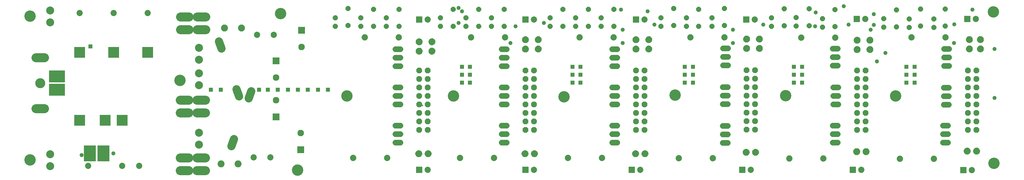
<source format=gbs>
G75*
%MOIN*%
%OFA0B0*%
%FSLAX25Y25*%
%IPPOS*%
%LPD*%
%AMOC8*
5,1,8,0,0,1.08239X$1,22.5*
%
%ADD10C,0.13398*%
%ADD11C,0.00100*%
%ADD12OC8,0.06800*%
%ADD13C,0.00500*%
%ADD14C,0.06800*%
%ADD15R,0.07300X0.07300*%
%ADD16C,0.07300*%
%ADD17C,0.07400*%
%ADD18C,0.08200*%
%ADD19C,0.09650*%
%ADD20OC8,0.06000*%
%ADD21C,0.09400*%
%ADD22C,0.10800*%
%ADD23R,0.07874X0.07874*%
%ADD24C,0.07700*%
%ADD25C,0.07296*%
%ADD26R,0.12611X0.12611*%
%ADD27R,0.14186X0.18910*%
%ADD28C,0.11800*%
%ADD29R,0.18910X0.14186*%
%ADD30C,0.04762*%
%ADD31R,0.04762X0.04762*%
D10*
X0025122Y0043122D03*
X0339846Y0031311D03*
X0652957Y0117610D03*
X0783862Y0119579D03*
X0913694Y0118879D03*
X1042957Y0118594D03*
X1158783Y0039343D03*
X0522957Y0118594D03*
X0397909Y0118594D03*
X0201539Y0136980D03*
X0025122Y0212413D03*
X0319650Y0215720D03*
X1157996Y0217689D03*
D11*
X0486970Y0107674D02*
X0486961Y0106783D01*
X0483568Y0106837D01*
X0483550Y0110176D01*
X0484414Y0110176D01*
X0486970Y0107674D01*
X0486970Y0107664D02*
X0483564Y0107664D01*
X0483565Y0107566D02*
X0486969Y0107566D01*
X0486968Y0107467D02*
X0483565Y0107467D01*
X0483566Y0107369D02*
X0486967Y0107369D01*
X0486966Y0107270D02*
X0483566Y0107270D01*
X0483567Y0107172D02*
X0486965Y0107172D01*
X0486964Y0107073D02*
X0483567Y0107073D01*
X0483568Y0106975D02*
X0486963Y0106975D01*
X0486962Y0106876D02*
X0483568Y0106876D01*
X0483563Y0107763D02*
X0486880Y0107763D01*
X0486779Y0107861D02*
X0483563Y0107861D01*
X0483562Y0107960D02*
X0486679Y0107960D01*
X0486578Y0108058D02*
X0483562Y0108058D01*
X0483561Y0108157D02*
X0486477Y0108157D01*
X0486377Y0108255D02*
X0483561Y0108255D01*
X0483560Y0108354D02*
X0486276Y0108354D01*
X0486175Y0108452D02*
X0483560Y0108452D01*
X0483559Y0108551D02*
X0486075Y0108551D01*
X0485974Y0108649D02*
X0483559Y0108649D01*
X0483558Y0108748D02*
X0485873Y0108748D01*
X0485773Y0108846D02*
X0483558Y0108846D01*
X0483557Y0108945D02*
X0485672Y0108945D01*
X0485572Y0109043D02*
X0483557Y0109043D01*
X0483556Y0109142D02*
X0485471Y0109142D01*
X0485370Y0109240D02*
X0483556Y0109240D01*
X0483555Y0109339D02*
X0485270Y0109339D01*
X0485169Y0109437D02*
X0483554Y0109437D01*
X0483554Y0109536D02*
X0485068Y0109536D01*
X0484968Y0109634D02*
X0483553Y0109634D01*
X0483553Y0109733D02*
X0484867Y0109733D01*
X0484766Y0109831D02*
X0483552Y0109831D01*
X0483552Y0109930D02*
X0484666Y0109930D01*
X0484565Y0110028D02*
X0483551Y0110028D01*
X0483551Y0110127D02*
X0484465Y0110127D01*
D12*
X0482720Y0108417D03*
X0492720Y0108417D03*
X0492720Y0098417D03*
X0482720Y0098417D03*
X0482720Y0088417D03*
X0492720Y0088417D03*
X0492720Y0078417D03*
X0482720Y0078417D03*
X0607720Y0078437D03*
X0617720Y0078437D03*
X0617720Y0088437D03*
X0607720Y0088437D03*
X0607720Y0098437D03*
X0617720Y0098437D03*
X0617720Y0108437D03*
X0607720Y0108437D03*
X0607720Y0118437D03*
X0617720Y0118437D03*
X0617720Y0128437D03*
X0607720Y0128437D03*
X0607720Y0138437D03*
X0617720Y0138437D03*
X0617720Y0148437D03*
X0607720Y0148437D03*
X0492720Y0148417D03*
X0482720Y0148417D03*
X0482720Y0138417D03*
X0492720Y0138417D03*
X0492720Y0128417D03*
X0482720Y0128417D03*
X0482720Y0118417D03*
X0492720Y0118417D03*
X0737720Y0118437D03*
X0747720Y0118437D03*
X0747720Y0108437D03*
X0737720Y0108437D03*
X0737720Y0098437D03*
X0747720Y0098437D03*
X0747720Y0088437D03*
X0737720Y0088437D03*
X0737720Y0078437D03*
X0747720Y0078437D03*
X0867798Y0078770D03*
X0877798Y0078770D03*
X0877798Y0088770D03*
X0867798Y0088770D03*
X0867798Y0098770D03*
X0877798Y0098770D03*
X0877798Y0108770D03*
X0867798Y0108770D03*
X0867798Y0118770D03*
X0877798Y0118770D03*
X0877798Y0128770D03*
X0867798Y0128770D03*
X0867798Y0138770D03*
X0877798Y0138770D03*
X0877798Y0148770D03*
X0867798Y0148770D03*
X0747720Y0148437D03*
X0737720Y0148437D03*
X0737720Y0138437D03*
X0747720Y0138437D03*
X0747720Y0128437D03*
X0737720Y0128437D03*
X0997798Y0128469D03*
X1007798Y0128469D03*
X1007798Y0118469D03*
X0997798Y0118469D03*
X0997798Y0108469D03*
X1007798Y0108469D03*
X1007798Y0098469D03*
X0997798Y0098469D03*
X0997798Y0088469D03*
X1007798Y0088469D03*
X1007798Y0078469D03*
X0997798Y0078469D03*
X1127956Y0078522D03*
X1137956Y0078522D03*
X1137956Y0088522D03*
X1127956Y0088522D03*
X1127956Y0098522D03*
X1137956Y0098522D03*
X1137956Y0108522D03*
X1127956Y0108522D03*
X1127956Y0118522D03*
X1137956Y0118522D03*
X1137956Y0128522D03*
X1127956Y0128522D03*
X1127956Y0138522D03*
X1137956Y0138522D03*
X1137956Y0148522D03*
X1127956Y0148522D03*
X1007798Y0148469D03*
X0997798Y0148469D03*
X0997798Y0138469D03*
X1007798Y0138469D03*
D13*
X1011999Y0169589D02*
X1012718Y0169510D01*
X1013378Y0169558D01*
X1014020Y0169720D01*
X1014623Y0169991D01*
X1015171Y0170363D01*
X1015645Y0170824D01*
X1016033Y0171360D01*
X1016321Y0171956D01*
X1016501Y0172592D01*
X1016569Y0173250D01*
X1016503Y0173909D01*
X1016324Y0174546D01*
X1016038Y0175142D01*
X1015652Y0175679D01*
X1015178Y0176141D01*
X1014632Y0176514D01*
X1014029Y0176787D01*
X1013388Y0176950D01*
X1012728Y0177000D01*
X1012006Y0176919D01*
X1011312Y0176699D01*
X1010676Y0176347D01*
X1010120Y0175878D01*
X1009666Y0175310D01*
X1009332Y0174664D01*
X1009130Y0173965D01*
X1009068Y0173241D01*
X1009131Y0172520D01*
X1009333Y0171825D01*
X1009668Y0171183D01*
X1010120Y0170619D01*
X1010675Y0170154D01*
X1011309Y0169806D01*
X1011999Y0169589D01*
X1010957Y0169999D02*
X1014635Y0169999D01*
X1015310Y0170498D02*
X1010265Y0170498D01*
X1009818Y0170996D02*
X1015770Y0170996D01*
X1016098Y0171495D02*
X1009505Y0171495D01*
X1009284Y0171993D02*
X1016332Y0171993D01*
X1016473Y0172492D02*
X1009139Y0172492D01*
X1009090Y0172990D02*
X1016542Y0172990D01*
X1016545Y0173489D02*
X1009089Y0173489D01*
X1009136Y0173987D02*
X1016481Y0173987D01*
X1016341Y0174486D02*
X1009280Y0174486D01*
X1009497Y0174984D02*
X1016113Y0174984D01*
X1015793Y0175483D02*
X1009804Y0175483D01*
X1010242Y0175981D02*
X1015342Y0175981D01*
X1014682Y0176480D02*
X1010916Y0176480D01*
X1012537Y0176978D02*
X1013013Y0176978D01*
X1012718Y0180530D02*
X1011999Y0180609D01*
X1011309Y0180826D01*
X1010675Y0181174D01*
X1010120Y0181639D01*
X1009668Y0182204D01*
X1009333Y0182845D01*
X1009131Y0183540D01*
X1009068Y0184261D01*
X1009130Y0184985D01*
X1009332Y0185684D01*
X1009666Y0186330D01*
X1010120Y0186898D01*
X1010676Y0187367D01*
X1011312Y0187719D01*
X1012006Y0187939D01*
X1012728Y0188020D01*
X1013388Y0187970D01*
X1014029Y0187807D01*
X1014632Y0187534D01*
X1015178Y0187161D01*
X1015652Y0186699D01*
X1016038Y0186162D01*
X1016324Y0185566D01*
X1016503Y0184929D01*
X1016569Y0184270D01*
X1016501Y0183612D01*
X1016321Y0182976D01*
X1016033Y0182380D01*
X1015645Y0181844D01*
X1015171Y0181383D01*
X1014623Y0181011D01*
X1014020Y0180740D01*
X1013378Y0180578D01*
X1012718Y0180530D01*
X1011053Y0180967D02*
X1014524Y0180967D01*
X1015255Y0181465D02*
X1010328Y0181465D01*
X1009860Y0181964D02*
X1015732Y0181964D01*
X1016072Y0182462D02*
X1009533Y0182462D01*
X1009300Y0182961D02*
X1016314Y0182961D01*
X1016458Y0183459D02*
X1009155Y0183459D01*
X1009095Y0183958D02*
X1016537Y0183958D01*
X1016550Y0184456D02*
X1009085Y0184456D01*
X1009127Y0184955D02*
X1016496Y0184955D01*
X1016356Y0185453D02*
X1009265Y0185453D01*
X1009470Y0185952D02*
X1016139Y0185952D01*
X1015831Y0186450D02*
X1009762Y0186450D01*
X1010179Y0186949D02*
X1015396Y0186949D01*
X1014760Y0187447D02*
X1010821Y0187447D01*
X1012065Y0187946D02*
X1013484Y0187946D01*
X1001466Y0184961D02*
X1001529Y0184241D01*
X1001467Y0183516D01*
X1001265Y0182817D01*
X1000931Y0182171D01*
X1000477Y0181603D01*
X0999921Y0181134D01*
X0999284Y0180782D01*
X0998591Y0180562D01*
X0997869Y0180481D01*
X0997209Y0180531D01*
X0996568Y0180694D01*
X0995965Y0180967D01*
X0995419Y0181340D01*
X0994945Y0181802D01*
X0994559Y0182339D01*
X0994273Y0182935D01*
X0994094Y0183572D01*
X0994028Y0184231D01*
X0994096Y0184889D01*
X0994276Y0185525D01*
X0994564Y0186121D01*
X0994952Y0186657D01*
X0995426Y0187118D01*
X0995974Y0187490D01*
X0996577Y0187761D01*
X0997219Y0187923D01*
X0997879Y0187971D01*
X0998598Y0187892D01*
X0999288Y0187675D01*
X0999922Y0187327D01*
X1000477Y0186862D01*
X1000929Y0186298D01*
X1001263Y0185656D01*
X1001466Y0184961D01*
X1001466Y0184955D02*
X0994114Y0184955D01*
X0994051Y0184456D02*
X1001510Y0184456D01*
X1001505Y0183958D02*
X0994056Y0183958D01*
X0994126Y0183459D02*
X1001451Y0183459D01*
X1001307Y0182961D02*
X0994266Y0182961D01*
X0994500Y0182462D02*
X1001082Y0182462D01*
X1000765Y0181964D02*
X0994829Y0181964D01*
X0995290Y0181465D02*
X1000314Y0181465D01*
X0999618Y0180967D02*
X0995965Y0180967D01*
X0997219Y0176903D02*
X0997879Y0176951D01*
X0998598Y0176872D01*
X0999288Y0176655D01*
X0999922Y0176307D01*
X1000477Y0175842D01*
X1000929Y0175278D01*
X1001263Y0174636D01*
X1001466Y0173941D01*
X1001529Y0173220D01*
X1001467Y0172496D01*
X1001265Y0171797D01*
X1000931Y0171151D01*
X1000477Y0170583D01*
X0999921Y0170114D01*
X0999284Y0169762D01*
X0998591Y0169542D01*
X0997869Y0169461D01*
X0997209Y0169511D01*
X0996568Y0169674D01*
X0995965Y0169947D01*
X0995419Y0170320D01*
X0994945Y0170782D01*
X0994559Y0171319D01*
X0994273Y0171915D01*
X0994094Y0172552D01*
X0994028Y0173211D01*
X0994096Y0173869D01*
X0994276Y0174505D01*
X0994564Y0175101D01*
X0994952Y0175637D01*
X0995426Y0176098D01*
X0995974Y0176470D01*
X0996577Y0176741D01*
X0997219Y0176903D01*
X0995996Y0176480D02*
X0999607Y0176480D01*
X1000310Y0175981D02*
X0995306Y0175981D01*
X0994840Y0175483D02*
X1000765Y0175483D01*
X1001082Y0174984D02*
X0994508Y0174984D01*
X0994271Y0174486D02*
X1001307Y0174486D01*
X1001452Y0173987D02*
X0994129Y0173987D01*
X0994057Y0173489D02*
X1001505Y0173489D01*
X1001509Y0172990D02*
X0994050Y0172990D01*
X0994111Y0172492D02*
X1001466Y0172492D01*
X1001322Y0171993D02*
X0994251Y0171993D01*
X0994475Y0171495D02*
X1001109Y0171495D01*
X1000808Y0170996D02*
X0994791Y0170996D01*
X0995236Y0170498D02*
X1000377Y0170498D01*
X0999714Y0169999D02*
X0995888Y0169999D01*
X0997340Y0169501D02*
X0998224Y0169501D01*
X1001323Y0185453D02*
X0994256Y0185453D01*
X0994482Y0185952D02*
X1001109Y0185952D01*
X1000807Y0186450D02*
X0994802Y0186450D01*
X0995252Y0186949D02*
X1000373Y0186949D01*
X0999703Y0187447D02*
X0995911Y0187447D01*
X0997535Y0187946D02*
X0998108Y0187946D01*
X0886569Y0185556D02*
X0886501Y0184897D01*
X0886321Y0184261D01*
X0886033Y0183665D01*
X0885645Y0183129D01*
X0885171Y0182668D01*
X0884623Y0182296D01*
X0884020Y0182026D01*
X0883378Y0181864D01*
X0882718Y0181816D01*
X0881999Y0181894D01*
X0881309Y0182112D01*
X0880675Y0182460D01*
X0880120Y0182925D01*
X0879668Y0183489D01*
X0879333Y0184131D01*
X0879131Y0184825D01*
X0879068Y0185546D01*
X0879130Y0186271D01*
X0879332Y0186969D01*
X0879666Y0187615D01*
X0880120Y0188184D01*
X0880676Y0188653D01*
X0881312Y0189004D01*
X0882006Y0189224D01*
X0882728Y0189305D01*
X0883388Y0189256D01*
X0884029Y0189092D01*
X0884632Y0188820D01*
X0885178Y0188447D01*
X0885652Y0187985D01*
X0886038Y0187447D01*
X0886324Y0186851D01*
X0886503Y0186214D01*
X0886569Y0185556D01*
X0886558Y0185453D02*
X0879076Y0185453D01*
X0879103Y0185952D02*
X0886529Y0185952D01*
X0886437Y0186450D02*
X0879182Y0186450D01*
X0879326Y0186949D02*
X0886277Y0186949D01*
X0886038Y0187447D02*
X0879579Y0187447D01*
X0879930Y0187946D02*
X0885680Y0187946D01*
X0885181Y0188444D02*
X0880429Y0188444D01*
X0881202Y0188943D02*
X0884359Y0188943D01*
X0886507Y0184955D02*
X0879120Y0184955D01*
X0879239Y0184456D02*
X0886376Y0184456D01*
X0886174Y0183958D02*
X0879423Y0183958D01*
X0879691Y0183459D02*
X0885884Y0183459D01*
X0885472Y0182961D02*
X0880091Y0182961D01*
X0880671Y0182462D02*
X0884867Y0182462D01*
X0883774Y0181964D02*
X0881779Y0181964D01*
X0871467Y0184817D02*
X0871265Y0184118D01*
X0870931Y0183472D01*
X0870477Y0182904D01*
X0869921Y0182435D01*
X0869284Y0182083D01*
X0868591Y0181863D01*
X0867869Y0181782D01*
X0867209Y0181832D01*
X0866568Y0181995D01*
X0865965Y0182268D01*
X0865419Y0182641D01*
X0864945Y0183103D01*
X0864559Y0183640D01*
X0864273Y0184236D01*
X0864094Y0184873D01*
X0864028Y0185532D01*
X0864096Y0186190D01*
X0864276Y0186826D01*
X0864564Y0187422D01*
X0864952Y0187958D01*
X0865426Y0188419D01*
X0865974Y0188791D01*
X0866577Y0189062D01*
X0867219Y0189224D01*
X0867879Y0189272D01*
X0868598Y0189193D01*
X0869288Y0188976D01*
X0869922Y0188628D01*
X0870477Y0188163D01*
X0870929Y0187599D01*
X0871263Y0186957D01*
X0871466Y0186262D01*
X0871529Y0185542D01*
X0871467Y0184817D01*
X0871479Y0184955D02*
X0864086Y0184955D01*
X0864036Y0185453D02*
X0871521Y0185453D01*
X0871493Y0185952D02*
X0864071Y0185952D01*
X0864169Y0186450D02*
X0871411Y0186450D01*
X0871266Y0186949D02*
X0864335Y0186949D01*
X0864583Y0187447D02*
X0871008Y0187447D01*
X0870651Y0187946D02*
X0864943Y0187946D01*
X0865463Y0188444D02*
X0870141Y0188444D01*
X0869348Y0188943D02*
X0866312Y0188943D01*
X0864211Y0184456D02*
X0871363Y0184456D01*
X0871182Y0183958D02*
X0864407Y0183958D01*
X0864689Y0183459D02*
X0870921Y0183459D01*
X0870523Y0182961D02*
X0865091Y0182961D01*
X0865680Y0182462D02*
X0869954Y0182462D01*
X0868908Y0181964D02*
X0866692Y0181964D01*
X0867219Y0178204D02*
X0867879Y0178252D01*
X0868598Y0178173D01*
X0869288Y0177956D01*
X0869922Y0177608D01*
X0870477Y0177143D01*
X0870929Y0176579D01*
X0871263Y0175937D01*
X0871466Y0175242D01*
X0871529Y0174521D01*
X0871467Y0173797D01*
X0871265Y0173098D01*
X0870931Y0172452D01*
X0870477Y0171884D01*
X0869921Y0171415D01*
X0869284Y0171063D01*
X0868591Y0170843D01*
X0867869Y0170762D01*
X0867209Y0170812D01*
X0866568Y0170975D01*
X0865965Y0171248D01*
X0865419Y0171621D01*
X0864945Y0172083D01*
X0864559Y0172620D01*
X0864273Y0173216D01*
X0864094Y0173853D01*
X0864028Y0174512D01*
X0864096Y0175170D01*
X0864276Y0175806D01*
X0864564Y0176402D01*
X0864952Y0176938D01*
X0865426Y0177399D01*
X0865974Y0177771D01*
X0866577Y0178042D01*
X0867219Y0178204D01*
X0866430Y0177976D02*
X0869225Y0177976D01*
X0870078Y0177477D02*
X0865541Y0177477D01*
X0864993Y0176978D02*
X0870608Y0176978D01*
X0870981Y0176480D02*
X0864621Y0176480D01*
X0864361Y0175981D02*
X0871240Y0175981D01*
X0871396Y0175483D02*
X0864184Y0175483D01*
X0864077Y0174984D02*
X0871488Y0174984D01*
X0871526Y0174486D02*
X0864031Y0174486D01*
X0864081Y0173987D02*
X0871483Y0173987D01*
X0871378Y0173489D02*
X0864196Y0173489D01*
X0864381Y0172990D02*
X0871210Y0172990D01*
X0870952Y0172492D02*
X0864651Y0172492D01*
X0865037Y0171993D02*
X0870565Y0171993D01*
X0870016Y0171495D02*
X0865603Y0171495D01*
X0866521Y0170996D02*
X0869074Y0170996D01*
X0879131Y0173805D02*
X0879068Y0174526D01*
X0879130Y0175250D01*
X0879332Y0175949D01*
X0879666Y0176595D01*
X0880120Y0177164D01*
X0880676Y0177632D01*
X0881312Y0177984D01*
X0882006Y0178204D01*
X0882728Y0178285D01*
X0883388Y0178235D01*
X0884029Y0178072D01*
X0884632Y0177800D01*
X0885178Y0177427D01*
X0885652Y0176964D01*
X0886038Y0176427D01*
X0886324Y0175831D01*
X0886503Y0175194D01*
X0886569Y0174536D01*
X0886501Y0173877D01*
X0886321Y0173241D01*
X0886033Y0172645D01*
X0885645Y0172109D01*
X0885171Y0171648D01*
X0884623Y0171276D01*
X0884020Y0171005D01*
X0883378Y0170844D01*
X0882718Y0170795D01*
X0881999Y0170874D01*
X0881309Y0171092D01*
X0880675Y0171439D01*
X0880120Y0171904D01*
X0879668Y0172469D01*
X0879333Y0173110D01*
X0879131Y0173805D01*
X0879115Y0173987D02*
X0886513Y0173987D01*
X0886563Y0174486D02*
X0879072Y0174486D01*
X0879107Y0174984D02*
X0886524Y0174984D01*
X0886422Y0175483D02*
X0879197Y0175483D01*
X0879348Y0175981D02*
X0886252Y0175981D01*
X0886000Y0176480D02*
X0879606Y0176480D01*
X0879972Y0176978D02*
X0885637Y0176978D01*
X0885105Y0177477D02*
X0880491Y0177477D01*
X0881297Y0177976D02*
X0884243Y0177976D01*
X0886391Y0173489D02*
X0879223Y0173489D01*
X0879396Y0172990D02*
X0886200Y0172990D01*
X0885922Y0172492D02*
X0879655Y0172492D01*
X0880049Y0171993D02*
X0885526Y0171993D01*
X0884945Y0171495D02*
X0880609Y0171495D01*
X0881611Y0170996D02*
X0883983Y0170996D01*
X0756491Y0173852D02*
X0756423Y0173194D01*
X0756243Y0172558D01*
X0755955Y0171962D01*
X0755567Y0171426D01*
X0755093Y0170965D01*
X0754545Y0170593D01*
X0753942Y0170322D01*
X0753300Y0170160D01*
X0752640Y0170112D01*
X0751921Y0170191D01*
X0751231Y0170408D01*
X0750597Y0170756D01*
X0750042Y0171221D01*
X0749590Y0171785D01*
X0749255Y0172427D01*
X0749053Y0173122D01*
X0748990Y0173843D01*
X0749052Y0174567D01*
X0749254Y0175266D01*
X0749588Y0175912D01*
X0750042Y0176480D01*
X0750598Y0176949D01*
X0751234Y0177301D01*
X0751928Y0177521D01*
X0752650Y0177602D01*
X0753310Y0177552D01*
X0753951Y0177389D01*
X0754554Y0177116D01*
X0755100Y0176743D01*
X0755574Y0176281D01*
X0755960Y0175744D01*
X0756246Y0175148D01*
X0756425Y0174511D01*
X0756491Y0173852D01*
X0756477Y0173987D02*
X0749002Y0173987D01*
X0749021Y0173489D02*
X0756453Y0173489D01*
X0756366Y0172990D02*
X0749091Y0172990D01*
X0749237Y0172492D02*
X0756211Y0172492D01*
X0755970Y0171993D02*
X0749481Y0171993D01*
X0749823Y0171495D02*
X0755617Y0171495D01*
X0755125Y0170996D02*
X0750310Y0170996D01*
X0751068Y0170498D02*
X0754333Y0170498D01*
X0741389Y0173098D02*
X0741187Y0172399D01*
X0740853Y0171753D01*
X0740399Y0171185D01*
X0739843Y0170716D01*
X0739206Y0170364D01*
X0738513Y0170144D01*
X0737791Y0170063D01*
X0737131Y0170113D01*
X0736490Y0170276D01*
X0735887Y0170549D01*
X0735341Y0170922D01*
X0734867Y0171384D01*
X0734481Y0171921D01*
X0734195Y0172517D01*
X0734016Y0173154D01*
X0733950Y0173813D01*
X0734018Y0174471D01*
X0734198Y0175107D01*
X0734486Y0175703D01*
X0734874Y0176239D01*
X0735348Y0176700D01*
X0735896Y0177072D01*
X0736499Y0177343D01*
X0737141Y0177505D01*
X0737801Y0177553D01*
X0738520Y0177474D01*
X0739210Y0177257D01*
X0739844Y0176909D01*
X0740399Y0176444D01*
X0740851Y0175880D01*
X0741185Y0175238D01*
X0741388Y0174543D01*
X0741451Y0173822D01*
X0741389Y0173098D01*
X0741358Y0172990D02*
X0734062Y0172990D01*
X0733983Y0173489D02*
X0741422Y0173489D01*
X0741436Y0173987D02*
X0733968Y0173987D01*
X0734022Y0174486D02*
X0741393Y0174486D01*
X0741259Y0174984D02*
X0734163Y0174984D01*
X0734380Y0175483D02*
X0741058Y0175483D01*
X0740770Y0175981D02*
X0734688Y0175981D01*
X0735122Y0176480D02*
X0740355Y0176480D01*
X0739717Y0176978D02*
X0735758Y0176978D01*
X0737031Y0177477D02*
X0738494Y0177477D01*
X0737791Y0181083D02*
X0737131Y0181133D01*
X0736490Y0181296D01*
X0735887Y0181569D01*
X0735341Y0181942D01*
X0734867Y0182404D01*
X0734481Y0182941D01*
X0734195Y0183537D01*
X0734016Y0184174D01*
X0733950Y0184833D01*
X0734018Y0185491D01*
X0734198Y0186127D01*
X0734486Y0186723D01*
X0734874Y0187259D01*
X0735348Y0187720D01*
X0735896Y0188092D01*
X0736499Y0188363D01*
X0737141Y0188525D01*
X0737801Y0188573D01*
X0738520Y0188494D01*
X0739210Y0188277D01*
X0739844Y0187929D01*
X0740399Y0187464D01*
X0740851Y0186900D01*
X0741185Y0186258D01*
X0741388Y0185563D01*
X0741451Y0184843D01*
X0741389Y0184118D01*
X0741187Y0183419D01*
X0740853Y0182773D01*
X0740399Y0182205D01*
X0739843Y0181736D01*
X0739206Y0181384D01*
X0738513Y0181164D01*
X0737791Y0181083D01*
X0739353Y0181465D02*
X0736116Y0181465D01*
X0735318Y0181964D02*
X0740113Y0181964D01*
X0740605Y0182462D02*
X0734825Y0182462D01*
X0734472Y0182961D02*
X0740950Y0182961D01*
X0741199Y0183459D02*
X0734232Y0183459D01*
X0734077Y0183958D02*
X0741343Y0183958D01*
X0741418Y0184456D02*
X0733988Y0184456D01*
X0733963Y0184955D02*
X0741441Y0184955D01*
X0741397Y0185453D02*
X0734014Y0185453D01*
X0734148Y0185952D02*
X0741275Y0185952D01*
X0741085Y0186450D02*
X0734354Y0186450D01*
X0734649Y0186949D02*
X0740812Y0186949D01*
X0740412Y0187447D02*
X0735067Y0187447D01*
X0735680Y0187946D02*
X0739814Y0187946D01*
X0738679Y0188444D02*
X0736822Y0188444D01*
X0749052Y0185587D02*
X0749254Y0186286D01*
X0749588Y0186932D01*
X0750042Y0187500D01*
X0750598Y0187969D01*
X0751234Y0188321D01*
X0751928Y0188541D01*
X0752650Y0188622D01*
X0753310Y0188572D01*
X0753951Y0188409D01*
X0754554Y0188136D01*
X0755100Y0187763D01*
X0755574Y0187301D01*
X0755960Y0186764D01*
X0756246Y0186168D01*
X0756425Y0185531D01*
X0756491Y0184872D01*
X0756423Y0184214D01*
X0756243Y0183578D01*
X0755955Y0182982D01*
X0755567Y0182446D01*
X0755093Y0181985D01*
X0754545Y0181613D01*
X0753942Y0181342D01*
X0753300Y0181180D01*
X0752640Y0181132D01*
X0751921Y0181211D01*
X0751231Y0181428D01*
X0750597Y0181776D01*
X0750042Y0182241D01*
X0749590Y0182806D01*
X0749255Y0183447D01*
X0749053Y0184142D01*
X0748990Y0184863D01*
X0749052Y0185587D01*
X0749040Y0185453D02*
X0756433Y0185453D01*
X0756482Y0184955D02*
X0748998Y0184955D01*
X0749026Y0184456D02*
X0756448Y0184456D01*
X0756351Y0183958D02*
X0749107Y0183958D01*
X0749252Y0183459D02*
X0756185Y0183459D01*
X0755939Y0182961D02*
X0749509Y0182961D01*
X0749865Y0182462D02*
X0755579Y0182462D01*
X0755061Y0181964D02*
X0750373Y0181964D01*
X0751164Y0181465D02*
X0754215Y0181465D01*
X0753605Y0177477D02*
X0751789Y0177477D01*
X0750651Y0176978D02*
X0754756Y0176978D01*
X0755370Y0176480D02*
X0750041Y0176480D01*
X0749643Y0175981D02*
X0755789Y0175981D01*
X0756085Y0175483D02*
X0749366Y0175483D01*
X0749172Y0174984D02*
X0756292Y0174984D01*
X0756428Y0174486D02*
X0749045Y0174486D01*
X0741214Y0172492D02*
X0734207Y0172492D01*
X0734447Y0171993D02*
X0740978Y0171993D01*
X0740647Y0171495D02*
X0734787Y0171495D01*
X0735264Y0170996D02*
X0740176Y0170996D01*
X0739448Y0170498D02*
X0735999Y0170498D01*
X0749157Y0185952D02*
X0756307Y0185952D01*
X0756110Y0186450D02*
X0749338Y0186450D01*
X0749601Y0186949D02*
X0755827Y0186949D01*
X0755424Y0187447D02*
X0749999Y0187447D01*
X0750570Y0187946D02*
X0754833Y0187946D01*
X0753812Y0188444D02*
X0751623Y0188444D01*
X0626491Y0184872D02*
X0626423Y0184214D01*
X0626243Y0183578D01*
X0625955Y0182982D01*
X0625567Y0182446D01*
X0625093Y0181985D01*
X0624545Y0181613D01*
X0623942Y0181342D01*
X0623300Y0181180D01*
X0622640Y0181132D01*
X0621921Y0181211D01*
X0621231Y0181428D01*
X0620597Y0181776D01*
X0620042Y0182241D01*
X0619590Y0182806D01*
X0619255Y0183447D01*
X0619053Y0184142D01*
X0618990Y0184863D01*
X0619052Y0185587D01*
X0619254Y0186286D01*
X0619588Y0186932D01*
X0620042Y0187500D01*
X0620598Y0187969D01*
X0621234Y0188321D01*
X0621928Y0188541D01*
X0622650Y0188622D01*
X0623310Y0188572D01*
X0623951Y0188409D01*
X0624554Y0188136D01*
X0625100Y0187763D01*
X0625574Y0187301D01*
X0625960Y0186764D01*
X0626246Y0186168D01*
X0626425Y0185531D01*
X0626491Y0184872D01*
X0626482Y0184955D02*
X0618998Y0184955D01*
X0619026Y0184456D02*
X0626448Y0184456D01*
X0626351Y0183958D02*
X0619107Y0183958D01*
X0619252Y0183459D02*
X0626185Y0183459D01*
X0625939Y0182961D02*
X0619509Y0182961D01*
X0619865Y0182462D02*
X0625579Y0182462D01*
X0625061Y0181964D02*
X0620373Y0181964D01*
X0621164Y0181465D02*
X0624215Y0181465D01*
X0623310Y0177552D02*
X0623951Y0177389D01*
X0624554Y0177116D01*
X0625100Y0176743D01*
X0625574Y0176281D01*
X0625960Y0175744D01*
X0626246Y0175148D01*
X0626425Y0174511D01*
X0626491Y0173852D01*
X0626423Y0173194D01*
X0626243Y0172558D01*
X0625955Y0171962D01*
X0625567Y0171426D01*
X0625093Y0170965D01*
X0624545Y0170593D01*
X0623942Y0170322D01*
X0623300Y0170160D01*
X0622640Y0170112D01*
X0621921Y0170191D01*
X0621231Y0170408D01*
X0620597Y0170756D01*
X0620042Y0171221D01*
X0619590Y0171785D01*
X0619255Y0172427D01*
X0619053Y0173122D01*
X0618990Y0173843D01*
X0619052Y0174567D01*
X0619254Y0175266D01*
X0619588Y0175912D01*
X0620042Y0176480D01*
X0620598Y0176949D01*
X0621234Y0177301D01*
X0621928Y0177521D01*
X0622650Y0177602D01*
X0623310Y0177552D01*
X0623605Y0177477D02*
X0621789Y0177477D01*
X0620651Y0176978D02*
X0624756Y0176978D01*
X0625370Y0176480D02*
X0620041Y0176480D01*
X0619643Y0175981D02*
X0625789Y0175981D01*
X0626085Y0175483D02*
X0619366Y0175483D01*
X0619172Y0174984D02*
X0626292Y0174984D01*
X0626428Y0174486D02*
X0619045Y0174486D01*
X0619002Y0173987D02*
X0626477Y0173987D01*
X0626453Y0173489D02*
X0619021Y0173489D01*
X0619091Y0172990D02*
X0626366Y0172990D01*
X0626211Y0172492D02*
X0619237Y0172492D01*
X0619481Y0171993D02*
X0625970Y0171993D01*
X0625617Y0171495D02*
X0619823Y0171495D01*
X0620310Y0170996D02*
X0625125Y0170996D01*
X0624333Y0170498D02*
X0621068Y0170498D01*
X0611389Y0173098D02*
X0611187Y0172399D01*
X0610853Y0171753D01*
X0610399Y0171185D01*
X0609843Y0170716D01*
X0609206Y0170364D01*
X0608513Y0170144D01*
X0607791Y0170063D01*
X0607131Y0170113D01*
X0606490Y0170276D01*
X0605887Y0170549D01*
X0605341Y0170922D01*
X0604867Y0171384D01*
X0604481Y0171921D01*
X0604195Y0172517D01*
X0604016Y0173154D01*
X0603950Y0173813D01*
X0604018Y0174471D01*
X0604198Y0175107D01*
X0604486Y0175703D01*
X0604874Y0176239D01*
X0605348Y0176700D01*
X0605896Y0177072D01*
X0606499Y0177343D01*
X0607141Y0177505D01*
X0607801Y0177553D01*
X0608520Y0177474D01*
X0609210Y0177257D01*
X0609844Y0176909D01*
X0610399Y0176444D01*
X0610851Y0175880D01*
X0611185Y0175238D01*
X0611388Y0174543D01*
X0611451Y0173822D01*
X0611389Y0173098D01*
X0611358Y0172990D02*
X0604062Y0172990D01*
X0603983Y0173489D02*
X0611422Y0173489D01*
X0611436Y0173987D02*
X0603968Y0173987D01*
X0604022Y0174486D02*
X0611393Y0174486D01*
X0611259Y0174984D02*
X0604163Y0174984D01*
X0604380Y0175483D02*
X0611058Y0175483D01*
X0610770Y0175981D02*
X0604688Y0175981D01*
X0605122Y0176480D02*
X0610355Y0176480D01*
X0609717Y0176978D02*
X0605758Y0176978D01*
X0607031Y0177477D02*
X0608494Y0177477D01*
X0607791Y0181083D02*
X0607131Y0181133D01*
X0606490Y0181296D01*
X0605887Y0181569D01*
X0605341Y0181942D01*
X0604867Y0182404D01*
X0604481Y0182941D01*
X0604195Y0183537D01*
X0604016Y0184174D01*
X0603950Y0184833D01*
X0604018Y0185491D01*
X0604198Y0186127D01*
X0604486Y0186723D01*
X0604874Y0187259D01*
X0605348Y0187720D01*
X0605896Y0188092D01*
X0606499Y0188363D01*
X0607141Y0188525D01*
X0607801Y0188573D01*
X0608520Y0188494D01*
X0609210Y0188277D01*
X0609844Y0187929D01*
X0610399Y0187464D01*
X0610851Y0186900D01*
X0611185Y0186258D01*
X0611388Y0185563D01*
X0611451Y0184843D01*
X0611389Y0184118D01*
X0611187Y0183419D01*
X0610853Y0182773D01*
X0610399Y0182205D01*
X0609843Y0181736D01*
X0609206Y0181384D01*
X0608513Y0181164D01*
X0607791Y0181083D01*
X0609353Y0181465D02*
X0606116Y0181465D01*
X0605318Y0181964D02*
X0610113Y0181964D01*
X0610605Y0182462D02*
X0604825Y0182462D01*
X0604472Y0182961D02*
X0610950Y0182961D01*
X0611199Y0183459D02*
X0604232Y0183459D01*
X0604077Y0183958D02*
X0611343Y0183958D01*
X0611418Y0184456D02*
X0603988Y0184456D01*
X0603963Y0184955D02*
X0611441Y0184955D01*
X0611397Y0185453D02*
X0604014Y0185453D01*
X0604148Y0185952D02*
X0611275Y0185952D01*
X0611085Y0186450D02*
X0604354Y0186450D01*
X0604649Y0186949D02*
X0610812Y0186949D01*
X0610412Y0187447D02*
X0605067Y0187447D01*
X0605680Y0187946D02*
X0609814Y0187946D01*
X0608679Y0188444D02*
X0606822Y0188444D01*
X0619040Y0185453D02*
X0626433Y0185453D01*
X0626307Y0185952D02*
X0619157Y0185952D01*
X0619338Y0186450D02*
X0626110Y0186450D01*
X0625827Y0186949D02*
X0619601Y0186949D01*
X0619999Y0187447D02*
X0625424Y0187447D01*
X0624833Y0187946D02*
X0620570Y0187946D01*
X0621623Y0188444D02*
X0623812Y0188444D01*
X0611214Y0172492D02*
X0604207Y0172492D01*
X0604447Y0171993D02*
X0610978Y0171993D01*
X0610647Y0171495D02*
X0604787Y0171495D01*
X0605264Y0170996D02*
X0610176Y0170996D01*
X0609448Y0170498D02*
X0605999Y0170498D01*
X0501491Y0171352D02*
X0501423Y0170694D01*
X0501243Y0170058D01*
X0500955Y0169462D01*
X0500567Y0168926D01*
X0500093Y0168465D01*
X0499545Y0168093D01*
X0498942Y0167822D01*
X0498300Y0167660D01*
X0497640Y0167612D01*
X0496921Y0167691D01*
X0496231Y0167908D01*
X0495597Y0168256D01*
X0495042Y0168721D01*
X0494590Y0169285D01*
X0494255Y0169927D01*
X0494053Y0170622D01*
X0493990Y0171343D01*
X0494052Y0172067D01*
X0494254Y0172766D01*
X0494588Y0173412D01*
X0495042Y0173980D01*
X0495598Y0174449D01*
X0496234Y0174801D01*
X0496928Y0175021D01*
X0497650Y0175102D01*
X0498310Y0175052D01*
X0498951Y0174889D01*
X0499554Y0174616D01*
X0500100Y0174243D01*
X0500574Y0173781D01*
X0500960Y0173244D01*
X0501246Y0172648D01*
X0501425Y0172011D01*
X0501491Y0171352D01*
X0501476Y0171495D02*
X0494003Y0171495D01*
X0494020Y0170996D02*
X0501454Y0170996D01*
X0501368Y0170498D02*
X0494089Y0170498D01*
X0494234Y0169999D02*
X0501215Y0169999D01*
X0500973Y0169501D02*
X0494477Y0169501D01*
X0494817Y0169002D02*
X0500623Y0169002D01*
X0500133Y0168504D02*
X0495301Y0168504D01*
X0496054Y0168005D02*
X0499349Y0168005D01*
X0501427Y0171993D02*
X0494045Y0171993D01*
X0494174Y0172492D02*
X0501290Y0172492D01*
X0501081Y0172990D02*
X0494370Y0172990D01*
X0494649Y0173489D02*
X0500784Y0173489D01*
X0500362Y0173987D02*
X0495050Y0173987D01*
X0495664Y0174486D02*
X0499745Y0174486D01*
X0498576Y0174984D02*
X0496813Y0174984D01*
X0496921Y0178711D02*
X0496231Y0178928D01*
X0495597Y0179276D01*
X0495042Y0179741D01*
X0494590Y0180306D01*
X0494255Y0180947D01*
X0494053Y0181642D01*
X0493990Y0182363D01*
X0494052Y0183087D01*
X0494254Y0183786D01*
X0494588Y0184432D01*
X0495042Y0185000D01*
X0495598Y0185469D01*
X0496234Y0185821D01*
X0496928Y0186041D01*
X0497650Y0186122D01*
X0498310Y0186072D01*
X0498951Y0185909D01*
X0499554Y0185636D01*
X0500100Y0185263D01*
X0500574Y0184801D01*
X0500960Y0184264D01*
X0501246Y0183668D01*
X0501425Y0183031D01*
X0501491Y0182372D01*
X0501423Y0181714D01*
X0501243Y0181078D01*
X0500955Y0180482D01*
X0500567Y0179946D01*
X0500093Y0179485D01*
X0499545Y0179113D01*
X0498942Y0178842D01*
X0498300Y0178680D01*
X0497640Y0178632D01*
X0496921Y0178711D01*
X0496150Y0178973D02*
X0499232Y0178973D01*
X0500072Y0179471D02*
X0495364Y0179471D01*
X0494859Y0179970D02*
X0500584Y0179970D01*
X0500944Y0180468D02*
X0494505Y0180468D01*
X0494250Y0180967D02*
X0501189Y0180967D01*
X0501353Y0181465D02*
X0494105Y0181465D01*
X0494025Y0181964D02*
X0501449Y0181964D01*
X0501482Y0182462D02*
X0493999Y0182462D01*
X0494041Y0182961D02*
X0501432Y0182961D01*
X0501305Y0183459D02*
X0494159Y0183459D01*
X0494342Y0183958D02*
X0501107Y0183958D01*
X0500822Y0184456D02*
X0494607Y0184456D01*
X0495005Y0184955D02*
X0500417Y0184955D01*
X0499822Y0185453D02*
X0495579Y0185453D01*
X0496647Y0185952D02*
X0498783Y0185952D01*
X0486388Y0183063D02*
X0486451Y0182343D01*
X0486389Y0181618D01*
X0486187Y0180919D01*
X0485853Y0180273D01*
X0485399Y0179705D01*
X0484843Y0179236D01*
X0484206Y0178884D01*
X0483513Y0178664D01*
X0482791Y0178583D01*
X0482131Y0178633D01*
X0481490Y0178796D01*
X0480887Y0179069D01*
X0480341Y0179442D01*
X0479867Y0179904D01*
X0479481Y0180441D01*
X0479195Y0181037D01*
X0479016Y0181674D01*
X0478950Y0182333D01*
X0479018Y0182991D01*
X0479198Y0183627D01*
X0479486Y0184223D01*
X0479874Y0184759D01*
X0480348Y0185220D01*
X0480896Y0185592D01*
X0481499Y0185863D01*
X0482141Y0186025D01*
X0482801Y0186073D01*
X0483520Y0185994D01*
X0484210Y0185777D01*
X0484844Y0185429D01*
X0485399Y0184964D01*
X0485851Y0184400D01*
X0486185Y0183758D01*
X0486388Y0183063D01*
X0486397Y0182961D02*
X0479015Y0182961D01*
X0478964Y0182462D02*
X0486440Y0182462D01*
X0486419Y0181964D02*
X0478987Y0181964D01*
X0479075Y0181465D02*
X0486345Y0181465D01*
X0486201Y0180967D02*
X0479229Y0180967D01*
X0479468Y0180468D02*
X0485954Y0180468D01*
X0485611Y0179970D02*
X0479820Y0179970D01*
X0480310Y0179471D02*
X0485122Y0179471D01*
X0484366Y0178973D02*
X0481100Y0178973D01*
X0482141Y0175005D02*
X0481499Y0174843D01*
X0480896Y0174572D01*
X0480348Y0174200D01*
X0479874Y0173739D01*
X0479486Y0173203D01*
X0479198Y0172607D01*
X0479018Y0171971D01*
X0478950Y0171313D01*
X0479016Y0170654D01*
X0479195Y0170017D01*
X0479481Y0169421D01*
X0479867Y0168884D01*
X0480341Y0168422D01*
X0480887Y0168049D01*
X0481490Y0167776D01*
X0482131Y0167613D01*
X0482791Y0167563D01*
X0483513Y0167644D01*
X0484206Y0167864D01*
X0484843Y0168216D01*
X0485399Y0168685D01*
X0485853Y0169253D01*
X0486187Y0169899D01*
X0486389Y0170598D01*
X0486451Y0171322D01*
X0486388Y0172043D01*
X0486185Y0172738D01*
X0485851Y0173380D01*
X0485399Y0173944D01*
X0484844Y0174409D01*
X0484210Y0174757D01*
X0483520Y0174974D01*
X0482801Y0175053D01*
X0482141Y0175005D01*
X0482061Y0174984D02*
X0483426Y0174984D01*
X0484704Y0174486D02*
X0480769Y0174486D01*
X0480129Y0173987D02*
X0485347Y0173987D01*
X0485764Y0173489D02*
X0479693Y0173489D01*
X0479384Y0172990D02*
X0486054Y0172990D01*
X0486257Y0172492D02*
X0479165Y0172492D01*
X0479024Y0171993D02*
X0486392Y0171993D01*
X0486436Y0171495D02*
X0478969Y0171495D01*
X0478982Y0170996D02*
X0486423Y0170996D01*
X0486360Y0170498D02*
X0479060Y0170498D01*
X0479203Y0169999D02*
X0486216Y0169999D01*
X0485981Y0169501D02*
X0479443Y0169501D01*
X0479782Y0169002D02*
X0485653Y0169002D01*
X0485185Y0168504D02*
X0480256Y0168504D01*
X0480983Y0168005D02*
X0484462Y0168005D01*
X0486273Y0183459D02*
X0479150Y0183459D01*
X0479358Y0183958D02*
X0486081Y0183958D01*
X0485806Y0184456D02*
X0479655Y0184456D01*
X0480075Y0184955D02*
X0485406Y0184955D01*
X0484800Y0185453D02*
X0480691Y0185453D01*
X0481852Y0185952D02*
X0483655Y0185952D01*
X1126068Y0184960D02*
X1126131Y0184239D01*
X1126333Y0183544D01*
X1126668Y0182903D01*
X1127120Y0182338D01*
X1127675Y0181873D01*
X1128309Y0181525D01*
X1128999Y0181308D01*
X1129718Y0181229D01*
X1130378Y0181277D01*
X1131020Y0181439D01*
X1131623Y0181710D01*
X1132171Y0182082D01*
X1132645Y0182543D01*
X1133033Y0183079D01*
X1133321Y0183675D01*
X1133501Y0184311D01*
X1133569Y0184969D01*
X1133503Y0185628D01*
X1133324Y0186265D01*
X1133038Y0186861D01*
X1132652Y0187398D01*
X1132178Y0187860D01*
X1131632Y0188233D01*
X1131029Y0188506D01*
X1130388Y0188669D01*
X1129728Y0188719D01*
X1129006Y0188638D01*
X1128312Y0188418D01*
X1127676Y0188066D01*
X1127120Y0187597D01*
X1126666Y0187029D01*
X1126332Y0186383D01*
X1126130Y0185684D01*
X1126068Y0184960D01*
X1126069Y0184955D02*
X1133567Y0184955D01*
X1133520Y0185453D02*
X1126110Y0185453D01*
X1126207Y0185952D02*
X1133412Y0185952D01*
X1133235Y0186450D02*
X1126366Y0186450D01*
X1126624Y0186949D02*
X1132975Y0186949D01*
X1132602Y0187447D02*
X1127000Y0187447D01*
X1127533Y0187946D02*
X1132053Y0187946D01*
X1131165Y0188444D02*
X1128396Y0188444D01*
X1126112Y0184456D02*
X1133516Y0184456D01*
X1133401Y0183958D02*
X1126213Y0183958D01*
X1126378Y0183459D02*
X1133216Y0183459D01*
X1132947Y0182961D02*
X1126637Y0182961D01*
X1127021Y0182462D02*
X1132562Y0182462D01*
X1131997Y0181964D02*
X1127567Y0181964D01*
X1128500Y0181465D02*
X1131077Y0181465D01*
X1130388Y0177649D02*
X1131029Y0177486D01*
X1131632Y0177213D01*
X1132178Y0176840D01*
X1132652Y0176378D01*
X1133038Y0175841D01*
X1133324Y0175245D01*
X1133503Y0174608D01*
X1133569Y0173949D01*
X1133501Y0173291D01*
X1133321Y0172655D01*
X1133033Y0172059D01*
X1132645Y0171523D01*
X1132171Y0171062D01*
X1131623Y0170690D01*
X1131020Y0170419D01*
X1130378Y0170257D01*
X1129718Y0170209D01*
X1128999Y0170288D01*
X1128309Y0170505D01*
X1127675Y0170853D01*
X1127120Y0171318D01*
X1126668Y0171882D01*
X1126333Y0172524D01*
X1126131Y0173219D01*
X1126068Y0173940D01*
X1126130Y0174664D01*
X1126332Y0175363D01*
X1126666Y0176009D01*
X1127120Y0176577D01*
X1127676Y0177046D01*
X1128312Y0177398D01*
X1129006Y0177618D01*
X1129728Y0177699D01*
X1130388Y0177649D01*
X1131048Y0177477D02*
X1128562Y0177477D01*
X1127595Y0176978D02*
X1131976Y0176978D01*
X1132547Y0176480D02*
X1127042Y0176480D01*
X1126652Y0175981D02*
X1132937Y0175981D01*
X1133210Y0175483D02*
X1126394Y0175483D01*
X1126222Y0174984D02*
X1133397Y0174984D01*
X1133515Y0174486D02*
X1126115Y0174486D01*
X1126072Y0173987D02*
X1133565Y0173987D01*
X1133522Y0173489D02*
X1126108Y0173489D01*
X1126198Y0172990D02*
X1133416Y0172990D01*
X1133242Y0172492D02*
X1126350Y0172492D01*
X1126610Y0171993D02*
X1132985Y0171993D01*
X1132617Y0171495D02*
X1126979Y0171495D01*
X1127504Y0170996D02*
X1132074Y0170996D01*
X1131195Y0170498D02*
X1128332Y0170498D01*
X1139131Y0173219D02*
X1139068Y0173940D01*
X1139130Y0174664D01*
X1139332Y0175363D01*
X1139666Y0176009D01*
X1140120Y0176577D01*
X1140676Y0177046D01*
X1141312Y0177398D01*
X1142006Y0177618D01*
X1142728Y0177699D01*
X1143388Y0177649D01*
X1144029Y0177486D01*
X1144632Y0177213D01*
X1145178Y0176840D01*
X1145652Y0176378D01*
X1146038Y0175841D01*
X1146324Y0175245D01*
X1146503Y0174608D01*
X1146569Y0173949D01*
X1146501Y0173291D01*
X1146321Y0172655D01*
X1146033Y0172059D01*
X1145645Y0171523D01*
X1145171Y0171062D01*
X1144623Y0170690D01*
X1144020Y0170419D01*
X1143378Y0170257D01*
X1142718Y0170209D01*
X1141999Y0170288D01*
X1141309Y0170505D01*
X1140675Y0170853D01*
X1140120Y0171318D01*
X1139668Y0171882D01*
X1139333Y0172524D01*
X1139131Y0173219D01*
X1139198Y0172990D02*
X1146416Y0172990D01*
X1146522Y0173489D02*
X1139108Y0173489D01*
X1139072Y0173987D02*
X1146565Y0173987D01*
X1146515Y0174486D02*
X1139115Y0174486D01*
X1139222Y0174984D02*
X1146397Y0174984D01*
X1146210Y0175483D02*
X1139394Y0175483D01*
X1139652Y0175981D02*
X1145937Y0175981D01*
X1145547Y0176480D02*
X1140042Y0176480D01*
X1140595Y0176978D02*
X1144976Y0176978D01*
X1144048Y0177477D02*
X1141562Y0177477D01*
X1141999Y0181308D02*
X1141309Y0181525D01*
X1140675Y0181873D01*
X1140120Y0182338D01*
X1139668Y0182903D01*
X1139333Y0183544D01*
X1139131Y0184239D01*
X1139068Y0184960D01*
X1139130Y0185684D01*
X1139332Y0186383D01*
X1139666Y0187029D01*
X1140120Y0187597D01*
X1140676Y0188066D01*
X1141312Y0188418D01*
X1142006Y0188638D01*
X1142728Y0188719D01*
X1143388Y0188669D01*
X1144029Y0188506D01*
X1144632Y0188233D01*
X1145178Y0187860D01*
X1145652Y0187398D01*
X1146038Y0186861D01*
X1146324Y0186265D01*
X1146503Y0185628D01*
X1146569Y0184969D01*
X1146501Y0184311D01*
X1146321Y0183675D01*
X1146033Y0183079D01*
X1145645Y0182543D01*
X1145171Y0182082D01*
X1144623Y0181710D01*
X1144020Y0181439D01*
X1143378Y0181277D01*
X1142718Y0181229D01*
X1141999Y0181308D01*
X1141500Y0181465D02*
X1144077Y0181465D01*
X1144997Y0181964D02*
X1140567Y0181964D01*
X1140021Y0182462D02*
X1145562Y0182462D01*
X1145947Y0182961D02*
X1139637Y0182961D01*
X1139378Y0183459D02*
X1146216Y0183459D01*
X1146401Y0183958D02*
X1139213Y0183958D01*
X1139112Y0184456D02*
X1146516Y0184456D01*
X1146567Y0184955D02*
X1139069Y0184955D01*
X1139110Y0185453D02*
X1146520Y0185453D01*
X1146412Y0185952D02*
X1139207Y0185952D01*
X1139366Y0186450D02*
X1146235Y0186450D01*
X1145975Y0186949D02*
X1139624Y0186949D01*
X1140000Y0187447D02*
X1145602Y0187447D01*
X1145053Y0187946D02*
X1140533Y0187946D01*
X1141396Y0188444D02*
X1144165Y0188444D01*
X1146242Y0172492D02*
X1139350Y0172492D01*
X1139610Y0171993D02*
X1145985Y0171993D01*
X1145617Y0171495D02*
X1139979Y0171495D01*
X1140504Y0170996D02*
X1145074Y0170996D01*
X1144195Y0170498D02*
X1141332Y0170498D01*
X1138289Y0057399D02*
X1138947Y0057331D01*
X1139583Y0057151D01*
X1140179Y0056863D01*
X1140715Y0056475D01*
X1141176Y0056001D01*
X1141548Y0055453D01*
X1141819Y0054850D01*
X1141981Y0054208D01*
X1142029Y0053548D01*
X1141950Y0052829D01*
X1141733Y0052139D01*
X1141385Y0051505D01*
X1140920Y0050950D01*
X1140356Y0050498D01*
X1139714Y0050163D01*
X1139019Y0049961D01*
X1138298Y0049898D01*
X1137574Y0049960D01*
X1136875Y0050162D01*
X1136229Y0050496D01*
X1135661Y0050950D01*
X1135192Y0051506D01*
X1134840Y0052142D01*
X1134620Y0052836D01*
X1134539Y0053558D01*
X1134589Y0054218D01*
X1134752Y0054859D01*
X1135025Y0055462D01*
X1135398Y0056008D01*
X1135860Y0056482D01*
X1136397Y0056868D01*
X1136993Y0057154D01*
X1137630Y0057333D01*
X1138289Y0057399D01*
X1138903Y0057336D02*
X1137657Y0057336D01*
X1136355Y0056837D02*
X1140214Y0056837D01*
X1140848Y0056339D02*
X1135720Y0056339D01*
X1135283Y0055840D02*
X1141285Y0055840D01*
X1141598Y0055342D02*
X1134970Y0055342D01*
X1134748Y0054843D02*
X1141820Y0054843D01*
X1141946Y0054345D02*
X1134621Y0054345D01*
X1134561Y0053846D02*
X1142007Y0053846D01*
X1142007Y0053348D02*
X1134563Y0053348D01*
X1134618Y0052849D02*
X1141952Y0052849D01*
X1141799Y0052351D02*
X1134774Y0052351D01*
X1135001Y0051852D02*
X1141575Y0051852D01*
X1141258Y0051354D02*
X1135320Y0051354D01*
X1135779Y0050855D02*
X1140801Y0050855D01*
X1140085Y0050357D02*
X1136498Y0050357D01*
X1130713Y0052139D02*
X1130365Y0051505D01*
X1129900Y0050950D01*
X1129335Y0050498D01*
X1128694Y0050163D01*
X1127999Y0049961D01*
X1127278Y0049898D01*
X1126554Y0049960D01*
X1125855Y0050162D01*
X1125209Y0050496D01*
X1124641Y0050950D01*
X1124172Y0051506D01*
X1123820Y0052142D01*
X1123600Y0052836D01*
X1123519Y0053558D01*
X1123569Y0054218D01*
X1123732Y0054859D01*
X1124005Y0055462D01*
X1124378Y0056008D01*
X1124840Y0056482D01*
X1125377Y0056868D01*
X1125973Y0057154D01*
X1126610Y0057333D01*
X1127269Y0057399D01*
X1127927Y0057331D01*
X1128563Y0057151D01*
X1129159Y0056863D01*
X1129695Y0056475D01*
X1130156Y0056001D01*
X1130528Y0055453D01*
X1130799Y0054850D01*
X1130961Y0054208D01*
X1131009Y0053548D01*
X1130930Y0052829D01*
X1130713Y0052139D01*
X1130779Y0052351D02*
X1123754Y0052351D01*
X1123598Y0052849D02*
X1130932Y0052849D01*
X1130987Y0053348D02*
X1123543Y0053348D01*
X1123541Y0053846D02*
X1130987Y0053846D01*
X1130926Y0054345D02*
X1123601Y0054345D01*
X1123728Y0054843D02*
X1130800Y0054843D01*
X1130578Y0055342D02*
X1123950Y0055342D01*
X1124263Y0055840D02*
X1130265Y0055840D01*
X1129828Y0056339D02*
X1124700Y0056339D01*
X1125335Y0056837D02*
X1129194Y0056837D01*
X1127883Y0057336D02*
X1126637Y0057336D01*
X1123981Y0051852D02*
X1130555Y0051852D01*
X1130238Y0051354D02*
X1124300Y0051354D01*
X1124759Y0050855D02*
X1129781Y0050855D01*
X1129065Y0050357D02*
X1125478Y0050357D01*
X1012078Y0053000D02*
X1012028Y0052340D01*
X1011865Y0051699D01*
X1011592Y0051096D01*
X1011219Y0050550D01*
X1010757Y0050076D01*
X1010220Y0049690D01*
X1009624Y0049404D01*
X1008987Y0049225D01*
X1008328Y0049159D01*
X1007670Y0049227D01*
X1007034Y0049407D01*
X1006438Y0049695D01*
X1005902Y0050083D01*
X1005441Y0050557D01*
X1005069Y0051105D01*
X1004798Y0051708D01*
X1004636Y0052350D01*
X1004588Y0053010D01*
X1004667Y0053729D01*
X1004884Y0054419D01*
X1005232Y0055053D01*
X1005697Y0055608D01*
X1006261Y0056060D01*
X1006903Y0056394D01*
X1007598Y0056597D01*
X1008319Y0056660D01*
X1009043Y0056598D01*
X1009742Y0056396D01*
X1010388Y0056062D01*
X1010956Y0055608D01*
X1011425Y0055052D01*
X1011777Y0054415D01*
X1011997Y0053722D01*
X1012078Y0053000D01*
X1012067Y0052849D02*
X1004600Y0052849D01*
X1004625Y0053348D02*
X1012039Y0053348D01*
X1011958Y0053846D02*
X1004704Y0053846D01*
X1004861Y0054345D02*
X1011799Y0054345D01*
X1011541Y0054843D02*
X1005117Y0054843D01*
X1005474Y0055342D02*
X1011181Y0055342D01*
X1010666Y0055840D02*
X1005987Y0055840D01*
X1006796Y0056339D02*
X1009853Y0056339D01*
X1012029Y0052351D02*
X1004636Y0052351D01*
X1004762Y0051852D02*
X1011904Y0051852D01*
X1011709Y0051354D02*
X1004957Y0051354D01*
X1005239Y0050855D02*
X1011428Y0050855D01*
X1011031Y0050357D02*
X1005636Y0050357D01*
X1006213Y0049858D02*
X1010453Y0049858D01*
X1009467Y0049360D02*
X1007201Y0049360D01*
X1000845Y0051699D02*
X1000572Y0051096D01*
X1000199Y0050550D01*
X0999737Y0050076D01*
X0999200Y0049690D01*
X0998604Y0049404D01*
X0997967Y0049225D01*
X0997308Y0049159D01*
X0996650Y0049227D01*
X0996014Y0049407D01*
X0995418Y0049695D01*
X0994882Y0050083D01*
X0994421Y0050557D01*
X0994049Y0051105D01*
X0993778Y0051708D01*
X0993616Y0052350D01*
X0993568Y0053010D01*
X0993647Y0053729D01*
X0993864Y0054419D01*
X0994212Y0055053D01*
X0994677Y0055608D01*
X0995241Y0056060D01*
X0995883Y0056394D01*
X0996578Y0056597D01*
X0997298Y0056660D01*
X0998023Y0056598D01*
X0998722Y0056396D01*
X0999368Y0056062D01*
X0999936Y0055608D01*
X1000405Y0055052D01*
X1000757Y0054415D01*
X1000977Y0053722D01*
X1001058Y0053000D01*
X1001008Y0052340D01*
X1000845Y0051699D01*
X1000884Y0051852D02*
X0993742Y0051852D01*
X0993616Y0052351D02*
X1001009Y0052351D01*
X1001047Y0052849D02*
X0993580Y0052849D01*
X0993605Y0053348D02*
X1001019Y0053348D01*
X1000938Y0053846D02*
X0993684Y0053846D01*
X0993841Y0054345D02*
X1000779Y0054345D01*
X1000521Y0054843D02*
X0994097Y0054843D01*
X0994454Y0055342D02*
X1000161Y0055342D01*
X0999646Y0055840D02*
X0994967Y0055840D01*
X0995776Y0056339D02*
X0998833Y0056339D01*
X1000689Y0051354D02*
X0993937Y0051354D01*
X0994219Y0050855D02*
X1000408Y0050855D01*
X1000011Y0050357D02*
X0994616Y0050357D01*
X0995193Y0049858D02*
X0999433Y0049858D01*
X0998447Y0049360D02*
X0996181Y0049360D01*
X0882078Y0052301D02*
X0882028Y0051641D01*
X0881865Y0051000D01*
X0881592Y0050397D01*
X0881219Y0049851D01*
X0880757Y0049377D01*
X0880220Y0048991D01*
X0879624Y0048705D01*
X0878987Y0048526D01*
X0878328Y0048460D01*
X0877670Y0048528D01*
X0877034Y0048708D01*
X0876438Y0048996D01*
X0875902Y0049384D01*
X0875441Y0049858D01*
X0881225Y0049858D01*
X0881565Y0050357D02*
X0875103Y0050357D01*
X0875069Y0050406D02*
X0874798Y0051009D01*
X0874636Y0051651D01*
X0874588Y0052311D01*
X0874667Y0053030D01*
X0874884Y0053720D01*
X0875232Y0054354D01*
X0875697Y0054909D01*
X0876261Y0055361D01*
X0876903Y0055695D01*
X0877598Y0055898D01*
X0878319Y0055961D01*
X0879043Y0055899D01*
X0879742Y0055697D01*
X0880388Y0055363D01*
X0880956Y0054909D01*
X0881425Y0054353D01*
X0881777Y0053716D01*
X0881997Y0053023D01*
X0882078Y0052301D01*
X0882072Y0052351D02*
X0874593Y0052351D01*
X0874622Y0051852D02*
X0882044Y0051852D01*
X0881955Y0051354D02*
X0874711Y0051354D01*
X0874868Y0050855D02*
X0881799Y0050855D01*
X0880733Y0049360D02*
X0875935Y0049360D01*
X0875441Y0049858D02*
X0875069Y0050406D01*
X0876718Y0048861D02*
X0879949Y0048861D01*
X0870845Y0051000D02*
X0870572Y0050397D01*
X0870199Y0049851D01*
X0869737Y0049377D01*
X0869200Y0048991D01*
X0868604Y0048705D01*
X0867967Y0048526D01*
X0867308Y0048460D01*
X0866650Y0048528D01*
X0866014Y0048708D01*
X0865418Y0048996D01*
X0864882Y0049384D01*
X0864421Y0049858D01*
X0870204Y0049858D01*
X0870545Y0050357D02*
X0864082Y0050357D01*
X0864049Y0050406D02*
X0863778Y0051009D01*
X0863616Y0051651D01*
X0863568Y0052311D01*
X0863647Y0053030D01*
X0863864Y0053720D01*
X0864212Y0054354D01*
X0864677Y0054909D01*
X0865241Y0055361D01*
X0865883Y0055695D01*
X0866578Y0055898D01*
X0867298Y0055961D01*
X0868023Y0055899D01*
X0868722Y0055697D01*
X0869368Y0055363D01*
X0869936Y0054909D01*
X0870405Y0054353D01*
X0870757Y0053716D01*
X0870977Y0053023D01*
X0871058Y0052301D01*
X0871008Y0051641D01*
X0870845Y0051000D01*
X0870779Y0050855D02*
X0863847Y0050855D01*
X0864049Y0050406D02*
X0864421Y0049858D01*
X0864915Y0049360D02*
X0869713Y0049360D01*
X0868929Y0048861D02*
X0865698Y0048861D01*
X0863691Y0051354D02*
X0870935Y0051354D01*
X0871024Y0051852D02*
X0863602Y0051852D01*
X0863573Y0052351D02*
X0871052Y0052351D01*
X0870996Y0052849D02*
X0863627Y0052849D01*
X0863747Y0053348D02*
X0870874Y0053348D01*
X0870685Y0053846D02*
X0863933Y0053846D01*
X0864207Y0054345D02*
X0870410Y0054345D01*
X0869992Y0054843D02*
X0864622Y0054843D01*
X0865217Y0055342D02*
X0869395Y0055342D01*
X0868227Y0055840D02*
X0866380Y0055840D01*
X0874767Y0053348D02*
X0881894Y0053348D01*
X0882017Y0052849D02*
X0874647Y0052849D01*
X0874953Y0053846D02*
X0881705Y0053846D01*
X0881430Y0054345D02*
X0875227Y0054345D01*
X0875642Y0054843D02*
X0881012Y0054843D01*
X0880415Y0055342D02*
X0876237Y0055342D01*
X0877400Y0055840D02*
X0879247Y0055840D01*
X0752000Y0050633D02*
X0751950Y0049973D01*
X0751787Y0049332D01*
X0751514Y0048729D01*
X0751141Y0048183D01*
X0750679Y0047710D01*
X0750142Y0047324D01*
X0749546Y0047037D01*
X0748909Y0046858D01*
X0748250Y0046793D01*
X0747592Y0046860D01*
X0746956Y0047041D01*
X0746360Y0047329D01*
X0745824Y0047716D01*
X0745363Y0048191D01*
X0744991Y0048738D01*
X0744720Y0049342D01*
X0744558Y0049983D01*
X0744510Y0050643D01*
X0744589Y0051362D01*
X0744806Y0052053D01*
X0745154Y0052687D01*
X0745619Y0053241D01*
X0746183Y0053694D01*
X0746825Y0054028D01*
X0747520Y0054230D01*
X0748241Y0054293D01*
X0748965Y0054232D01*
X0749664Y0054030D01*
X0750310Y0053696D01*
X0750878Y0053242D01*
X0751347Y0052686D01*
X0751699Y0052049D01*
X0751919Y0051356D01*
X0752000Y0050633D01*
X0751975Y0050855D02*
X0744533Y0050855D01*
X0744531Y0050357D02*
X0751979Y0050357D01*
X0751921Y0049858D02*
X0744590Y0049858D01*
X0744716Y0049360D02*
X0751794Y0049360D01*
X0751574Y0048861D02*
X0744936Y0048861D01*
X0745246Y0048363D02*
X0751264Y0048363D01*
X0750830Y0047864D02*
X0745680Y0047864D01*
X0746309Y0047366D02*
X0750200Y0047366D01*
X0748940Y0046867D02*
X0747568Y0046867D01*
X0744588Y0051354D02*
X0751919Y0051354D01*
X0751761Y0051852D02*
X0744743Y0051852D01*
X0744970Y0052351D02*
X0751532Y0052351D01*
X0751209Y0052849D02*
X0745290Y0052849D01*
X0745752Y0053348D02*
X0750746Y0053348D01*
X0750019Y0053846D02*
X0746476Y0053846D01*
X0740679Y0052049D02*
X0740899Y0051356D01*
X0740980Y0050633D01*
X0740930Y0049973D01*
X0740767Y0049332D01*
X0740494Y0048729D01*
X0740121Y0048183D01*
X0739659Y0047710D01*
X0739122Y0047324D01*
X0738526Y0047037D01*
X0737889Y0046858D01*
X0737230Y0046793D01*
X0736572Y0046860D01*
X0735936Y0047041D01*
X0735340Y0047329D01*
X0734804Y0047716D01*
X0734343Y0048191D01*
X0733971Y0048738D01*
X0733700Y0049342D01*
X0733538Y0049983D01*
X0733490Y0050643D01*
X0733569Y0051362D01*
X0733786Y0052053D01*
X0734134Y0052687D01*
X0734599Y0053241D01*
X0735163Y0053694D01*
X0735805Y0054028D01*
X0736500Y0054230D01*
X0737220Y0054293D01*
X0737945Y0054232D01*
X0738644Y0054030D01*
X0739290Y0053696D01*
X0739858Y0053242D01*
X0740327Y0052686D01*
X0740679Y0052049D01*
X0740741Y0051852D02*
X0733723Y0051852D01*
X0733568Y0051354D02*
X0740899Y0051354D01*
X0740955Y0050855D02*
X0733513Y0050855D01*
X0733511Y0050357D02*
X0740959Y0050357D01*
X0740901Y0049858D02*
X0733570Y0049858D01*
X0733696Y0049360D02*
X0740774Y0049360D01*
X0740554Y0048861D02*
X0733916Y0048861D01*
X0734226Y0048363D02*
X0740244Y0048363D01*
X0739810Y0047864D02*
X0734660Y0047864D01*
X0735289Y0047366D02*
X0739180Y0047366D01*
X0737920Y0046867D02*
X0736548Y0046867D01*
X0733950Y0052351D02*
X0740512Y0052351D01*
X0740189Y0052849D02*
X0734270Y0052849D01*
X0734732Y0053348D02*
X0739726Y0053348D01*
X0738999Y0053846D02*
X0735456Y0053846D01*
X0622000Y0050633D02*
X0621950Y0049973D01*
X0621787Y0049332D01*
X0621514Y0048729D01*
X0621141Y0048183D01*
X0620679Y0047710D01*
X0620142Y0047324D01*
X0619546Y0047037D01*
X0618909Y0046858D01*
X0618250Y0046793D01*
X0617592Y0046860D01*
X0616956Y0047041D01*
X0616360Y0047329D01*
X0615824Y0047716D01*
X0615363Y0048191D01*
X0614991Y0048738D01*
X0614720Y0049342D01*
X0614558Y0049983D01*
X0614510Y0050643D01*
X0614589Y0051362D01*
X0614806Y0052053D01*
X0615154Y0052687D01*
X0615619Y0053241D01*
X0616183Y0053694D01*
X0616825Y0054028D01*
X0617520Y0054230D01*
X0618241Y0054293D01*
X0618965Y0054232D01*
X0619664Y0054030D01*
X0620310Y0053696D01*
X0620878Y0053242D01*
X0621347Y0052686D01*
X0621699Y0052049D01*
X0621919Y0051356D01*
X0622000Y0050633D01*
X0621975Y0050855D02*
X0614533Y0050855D01*
X0614531Y0050357D02*
X0621979Y0050357D01*
X0621921Y0049858D02*
X0614590Y0049858D01*
X0614716Y0049360D02*
X0621794Y0049360D01*
X0621574Y0048861D02*
X0614936Y0048861D01*
X0615246Y0048363D02*
X0621264Y0048363D01*
X0620830Y0047864D02*
X0615680Y0047864D01*
X0616309Y0047366D02*
X0620200Y0047366D01*
X0618940Y0046867D02*
X0617568Y0046867D01*
X0614588Y0051354D02*
X0621919Y0051354D01*
X0621761Y0051852D02*
X0614743Y0051852D01*
X0614970Y0052351D02*
X0621532Y0052351D01*
X0621209Y0052849D02*
X0615290Y0052849D01*
X0615752Y0053348D02*
X0620746Y0053348D01*
X0620019Y0053846D02*
X0616476Y0053846D01*
X0610679Y0052049D02*
X0610899Y0051356D01*
X0610980Y0050633D01*
X0610930Y0049973D01*
X0610767Y0049332D01*
X0610494Y0048729D01*
X0610121Y0048183D01*
X0609659Y0047710D01*
X0609122Y0047324D01*
X0608526Y0047037D01*
X0607889Y0046858D01*
X0607230Y0046793D01*
X0606572Y0046860D01*
X0605936Y0047041D01*
X0605340Y0047329D01*
X0604804Y0047716D01*
X0604343Y0048191D01*
X0603971Y0048738D01*
X0603700Y0049342D01*
X0603538Y0049983D01*
X0603490Y0050643D01*
X0603569Y0051362D01*
X0603786Y0052053D01*
X0604134Y0052687D01*
X0604599Y0053241D01*
X0605163Y0053694D01*
X0605805Y0054028D01*
X0606500Y0054230D01*
X0607220Y0054293D01*
X0607945Y0054232D01*
X0608644Y0054030D01*
X0609290Y0053696D01*
X0609858Y0053242D01*
X0610327Y0052686D01*
X0610679Y0052049D01*
X0610741Y0051852D02*
X0603723Y0051852D01*
X0603568Y0051354D02*
X0610899Y0051354D01*
X0610955Y0050855D02*
X0603513Y0050855D01*
X0603511Y0050357D02*
X0610959Y0050357D01*
X0610901Y0049858D02*
X0603570Y0049858D01*
X0603696Y0049360D02*
X0610774Y0049360D01*
X0610554Y0048861D02*
X0603916Y0048861D01*
X0604226Y0048363D02*
X0610244Y0048363D01*
X0609810Y0047864D02*
X0604660Y0047864D01*
X0605289Y0047366D02*
X0609180Y0047366D01*
X0607920Y0046867D02*
X0606548Y0046867D01*
X0603950Y0052351D02*
X0610512Y0052351D01*
X0610189Y0052849D02*
X0604270Y0052849D01*
X0604732Y0053348D02*
X0609726Y0053348D01*
X0608999Y0053846D02*
X0605456Y0053846D01*
X0497000Y0050633D02*
X0496950Y0049973D01*
X0496787Y0049332D01*
X0496514Y0048729D01*
X0496141Y0048183D01*
X0495679Y0047710D01*
X0495142Y0047324D01*
X0494546Y0047037D01*
X0493909Y0046858D01*
X0493250Y0046793D01*
X0492592Y0046860D01*
X0491956Y0047041D01*
X0491360Y0047329D01*
X0490824Y0047716D01*
X0490363Y0048191D01*
X0489991Y0048738D01*
X0489720Y0049342D01*
X0489558Y0049983D01*
X0489510Y0050643D01*
X0489589Y0051362D01*
X0489806Y0052053D01*
X0490154Y0052687D01*
X0490619Y0053241D01*
X0491183Y0053694D01*
X0491825Y0054028D01*
X0492520Y0054230D01*
X0493241Y0054293D01*
X0493965Y0054232D01*
X0494664Y0054030D01*
X0495310Y0053696D01*
X0495878Y0053242D01*
X0496347Y0052686D01*
X0496699Y0052049D01*
X0496919Y0051356D01*
X0497000Y0050633D01*
X0496975Y0050855D02*
X0489533Y0050855D01*
X0489531Y0050357D02*
X0496979Y0050357D01*
X0496921Y0049858D02*
X0489590Y0049858D01*
X0489716Y0049360D02*
X0496794Y0049360D01*
X0496574Y0048861D02*
X0489936Y0048861D01*
X0490246Y0048363D02*
X0496264Y0048363D01*
X0495830Y0047864D02*
X0490680Y0047864D01*
X0491309Y0047366D02*
X0495200Y0047366D01*
X0493940Y0046867D02*
X0492568Y0046867D01*
X0489588Y0051354D02*
X0496919Y0051354D01*
X0496761Y0051852D02*
X0489743Y0051852D01*
X0489970Y0052351D02*
X0496532Y0052351D01*
X0496209Y0052849D02*
X0490290Y0052849D01*
X0490752Y0053348D02*
X0495746Y0053348D01*
X0495019Y0053846D02*
X0491476Y0053846D01*
X0485679Y0052049D02*
X0485899Y0051356D01*
X0485980Y0050633D01*
X0485930Y0049973D01*
X0485767Y0049332D01*
X0485494Y0048729D01*
X0485121Y0048183D01*
X0484659Y0047710D01*
X0484122Y0047324D01*
X0483526Y0047037D01*
X0482889Y0046858D01*
X0482230Y0046793D01*
X0481572Y0046860D01*
X0480936Y0047041D01*
X0480340Y0047329D01*
X0479804Y0047716D01*
X0479343Y0048191D01*
X0478971Y0048738D01*
X0478700Y0049342D01*
X0478538Y0049983D01*
X0478490Y0050643D01*
X0478569Y0051362D01*
X0478786Y0052053D01*
X0479134Y0052687D01*
X0479599Y0053241D01*
X0480163Y0053694D01*
X0480805Y0054028D01*
X0481500Y0054230D01*
X0482220Y0054293D01*
X0482945Y0054232D01*
X0483644Y0054030D01*
X0484290Y0053696D01*
X0484858Y0053242D01*
X0485327Y0052686D01*
X0485679Y0052049D01*
X0485741Y0051852D02*
X0478723Y0051852D01*
X0478568Y0051354D02*
X0485899Y0051354D01*
X0485955Y0050855D02*
X0478513Y0050855D01*
X0478511Y0050357D02*
X0485959Y0050357D01*
X0485901Y0049858D02*
X0478570Y0049858D01*
X0478696Y0049360D02*
X0485774Y0049360D01*
X0485554Y0048861D02*
X0478916Y0048861D01*
X0479226Y0048363D02*
X0485244Y0048363D01*
X0484810Y0047864D02*
X0479660Y0047864D01*
X0480289Y0047366D02*
X0484180Y0047366D01*
X0482920Y0046867D02*
X0481548Y0046867D01*
X0478950Y0052351D02*
X0485512Y0052351D01*
X0485189Y0052849D02*
X0479270Y0052849D01*
X0479732Y0053348D02*
X0484726Y0053348D01*
X0483999Y0053846D02*
X0480456Y0053846D01*
D14*
X0460720Y0063437D02*
X0454720Y0063437D01*
X0454720Y0073437D02*
X0460720Y0073437D01*
X0460720Y0083437D02*
X0454720Y0083437D01*
X0579720Y0083437D02*
X0585720Y0083437D01*
X0585720Y0073437D02*
X0579720Y0073437D01*
X0579720Y0063437D02*
X0585720Y0063437D01*
X0709720Y0063437D02*
X0715720Y0063437D01*
X0715720Y0073437D02*
X0709720Y0073437D01*
X0709720Y0083437D02*
X0715720Y0083437D01*
X0839798Y0083331D02*
X0845798Y0083331D01*
X0845798Y0073331D02*
X0839798Y0073331D01*
X0839798Y0063331D02*
X0845798Y0063331D01*
X0969198Y0063423D02*
X0975198Y0063423D01*
X0975198Y0073423D02*
X0969198Y0073423D01*
X0969198Y0083423D02*
X0975198Y0083423D01*
X1098592Y0083516D02*
X1104592Y0083516D01*
X1104592Y0073516D02*
X1098592Y0073516D01*
X1098592Y0063516D02*
X1104592Y0063516D01*
X1105798Y0108335D02*
X1099798Y0108335D01*
X1099798Y0118335D02*
X1105798Y0118335D01*
X1105798Y0128335D02*
X1099798Y0128335D01*
X0975798Y0128636D02*
X0969798Y0128636D01*
X0969798Y0118636D02*
X0975798Y0118636D01*
X0975798Y0108636D02*
X0969798Y0108636D01*
X0845798Y0108937D02*
X0839798Y0108937D01*
X0839798Y0118937D02*
X0845798Y0118937D01*
X0845798Y0128937D02*
X0839798Y0128937D01*
X0715720Y0128437D02*
X0709720Y0128437D01*
X0709720Y0118437D02*
X0715720Y0118437D01*
X0715720Y0108437D02*
X0709720Y0108437D01*
X0585720Y0108437D02*
X0579720Y0108437D01*
X0579720Y0118437D02*
X0585720Y0118437D01*
X0585720Y0128437D02*
X0579720Y0128437D01*
X0460720Y0128437D02*
X0454720Y0128437D01*
X0454720Y0118437D02*
X0460720Y0118437D01*
X0460720Y0108437D02*
X0454720Y0108437D01*
X0454720Y0153437D02*
X0460720Y0153437D01*
X0460720Y0163437D02*
X0454720Y0163437D01*
X0454720Y0173437D02*
X0460720Y0173437D01*
X0579720Y0173437D02*
X0585720Y0173437D01*
X0585720Y0163437D02*
X0579720Y0163437D01*
X0579720Y0153437D02*
X0585720Y0153437D01*
X0709720Y0153437D02*
X0715720Y0153437D01*
X0715720Y0163437D02*
X0709720Y0163437D01*
X0709720Y0173437D02*
X0715720Y0173437D01*
X0839998Y0174472D02*
X0845998Y0174472D01*
X0845998Y0164472D02*
X0839998Y0164472D01*
X0839998Y0154472D02*
X0845998Y0154472D01*
X0968998Y0154171D02*
X0974998Y0154171D01*
X0974998Y0164171D02*
X0968998Y0164171D01*
X0968998Y0174171D02*
X0974998Y0174171D01*
X1099998Y0173870D02*
X1105998Y0173870D01*
X1105998Y0163870D02*
X1099998Y0163870D01*
X1099998Y0153870D02*
X1105998Y0153870D01*
D15*
X0867341Y0208694D03*
X0737720Y0208437D03*
X0607720Y0208437D03*
X0482720Y0208437D03*
X0997341Y0209393D03*
X1127341Y0209092D03*
X1122827Y0031123D03*
X0992827Y0031425D03*
X0862827Y0031726D03*
X0732720Y0031469D03*
X0607720Y0031469D03*
X0482720Y0031469D03*
D16*
X0492720Y0031469D03*
X0617720Y0031469D03*
X0742720Y0031469D03*
X0872827Y0031726D03*
X1002827Y0031425D03*
X1132827Y0031123D03*
X0307767Y0046311D03*
X0288067Y0046311D03*
X0292004Y0190563D03*
X0311704Y0190563D03*
X0492720Y0208437D03*
X0617720Y0208437D03*
X0747720Y0208437D03*
X0877341Y0208694D03*
X1007341Y0209393D03*
X1137341Y0209092D03*
D17*
X1101628Y0187614D03*
X1061628Y0187614D03*
X0972022Y0187309D03*
X0932022Y0187309D03*
X0841628Y0187397D03*
X0801628Y0187397D03*
X0711500Y0187531D03*
X0671500Y0187531D03*
X0583783Y0187531D03*
X0543783Y0187531D03*
X0458783Y0187531D03*
X0418783Y0187531D03*
X0405004Y0045406D03*
X0445004Y0045406D03*
X0530909Y0045406D03*
X0570909Y0045406D03*
X0657720Y0045406D03*
X0697720Y0045406D03*
X0787948Y0045272D03*
X0827948Y0045272D03*
X0917948Y0044971D03*
X0957948Y0044971D03*
X1047948Y0044670D03*
X1087948Y0044670D03*
D18*
X0269728Y0038437D03*
X0249728Y0038437D03*
X0253665Y0198437D03*
X0273665Y0198437D03*
D19*
X0247088Y0182951D02*
X0250115Y0174635D01*
X0267609Y0126570D02*
X0270636Y0118253D01*
X0282176Y0115816D02*
X0285203Y0124132D01*
X0264682Y0067751D02*
X0261655Y0059435D01*
D20*
X0383941Y0200720D03*
X0398941Y0201705D03*
X0413941Y0200720D03*
X0428941Y0200720D03*
X0443941Y0200720D03*
X0458941Y0200720D03*
X0507878Y0200720D03*
X0522878Y0200720D03*
X0537878Y0200720D03*
X0552878Y0200720D03*
X0567878Y0200720D03*
X0582878Y0200720D03*
X0636815Y0200720D03*
X0651815Y0200720D03*
X0666815Y0200720D03*
X0681815Y0200720D03*
X0696815Y0200720D03*
X0711815Y0200720D03*
X0696815Y0210720D03*
X0666815Y0210720D03*
X0636815Y0210720D03*
X0651815Y0220720D03*
X0681815Y0220720D03*
X0711815Y0220720D03*
X0766943Y0210419D03*
X0797233Y0210419D03*
X0827088Y0210419D03*
X0827088Y0200419D03*
X0841593Y0201419D03*
X0811343Y0200419D03*
X0797233Y0200419D03*
X0782093Y0201419D03*
X0766943Y0200419D03*
X0811343Y0220419D03*
X0782093Y0221419D03*
X0841593Y0221419D03*
X0896943Y0210725D03*
X0926088Y0210906D03*
X0957233Y0209544D03*
X0957233Y0199544D03*
X0971593Y0200118D03*
X0941343Y0201118D03*
X0926088Y0200906D03*
X0912093Y0201118D03*
X0896943Y0200725D03*
X0912093Y0221118D03*
X0941343Y0221118D03*
X0971593Y0220118D03*
X1028911Y0209424D03*
X1059056Y0209243D03*
X1088201Y0209243D03*
X1088201Y0199243D03*
X1101561Y0200817D03*
X1072311Y0200817D03*
X1059056Y0199243D03*
X1044061Y0199817D03*
X1028911Y0199424D03*
X1044061Y0219817D03*
X1072311Y0220817D03*
X1101561Y0220817D03*
X0582878Y0220720D03*
X0552878Y0220720D03*
X0522878Y0220720D03*
X0537878Y0210720D03*
X0507878Y0210720D03*
X0458941Y0220720D03*
X0428941Y0220720D03*
X0398941Y0221705D03*
X0413941Y0210720D03*
X0443941Y0210720D03*
X0383941Y0210720D03*
X0567878Y0210720D03*
D21*
X0048744Y0036035D03*
X0048744Y0049815D03*
X0223665Y0061350D03*
X0223665Y0075130D03*
X0223665Y0131350D03*
X0223665Y0145130D03*
X0223665Y0161350D03*
X0223665Y0175130D03*
X0048744Y0205327D03*
X0048744Y0219106D03*
D22*
X0201972Y0211469D02*
X0211972Y0211469D01*
X0221657Y0211469D02*
X0231657Y0211469D01*
X0231657Y0196469D02*
X0221657Y0196469D01*
X0211972Y0196469D02*
X0201972Y0196469D01*
X0041933Y0163673D02*
X0031933Y0163673D01*
X0201697Y0113437D02*
X0211697Y0113437D01*
X0221382Y0113437D02*
X0231382Y0113437D01*
X0231382Y0098437D02*
X0221382Y0098437D01*
X0211697Y0098437D02*
X0201697Y0098437D01*
X0041933Y0103673D02*
X0031933Y0103673D01*
X0201697Y0045406D02*
X0211697Y0045406D01*
X0221382Y0045406D02*
X0231382Y0045406D01*
X0231382Y0030406D02*
X0221382Y0030406D01*
X0211697Y0030406D02*
X0201697Y0030406D01*
D23*
X0343272Y0055366D03*
X0314531Y0093744D03*
X0314531Y0159996D03*
X0344453Y0196012D03*
D24*
X0344453Y0176327D03*
X0314531Y0140311D03*
X0314531Y0113429D03*
X0343272Y0075051D03*
D25*
X0153547Y0036350D03*
X0133547Y0036350D03*
X0093547Y0036350D03*
X0083547Y0216350D03*
X0123547Y0216350D03*
X0163547Y0216350D03*
D26*
X0163547Y0169736D03*
X0123547Y0169736D03*
X0083547Y0169736D03*
X0083547Y0089736D03*
X0113547Y0089736D03*
X0133547Y0089736D03*
D27*
X0111369Y0050996D03*
X0095569Y0050996D03*
D28*
X0036933Y0133673D03*
D29*
X0056618Y0125773D03*
X0056618Y0141573D03*
D30*
X0529059Y0204539D03*
X0532996Y0218319D03*
X0529059Y0222256D03*
X0629453Y0204539D03*
X0595988Y0200602D03*
X0590083Y0180917D03*
X0721972Y0180917D03*
X0721972Y0196665D03*
X0759374Y0202571D03*
X0751500Y0218319D03*
X0720004Y0220287D03*
X0851894Y0196665D03*
X0887327Y0202571D03*
X0948350Y0200602D03*
X0987720Y0202571D03*
X1013705Y0196665D03*
X1017248Y0202177D03*
X1017248Y0214776D03*
X0982209Y0224224D03*
X0949138Y0216744D03*
X1112130Y0202965D03*
X1133390Y0220287D03*
X1111736Y0180917D03*
X1159374Y0173831D03*
X1031028Y0169106D03*
X1021185Y0159264D03*
X0851894Y0180917D03*
X1159374Y0116350D03*
X0122957Y0050996D03*
X0085752Y0049028D03*
D31*
X0237720Y0125799D03*
X0249531Y0125799D03*
X0294413Y0125799D03*
X0304650Y0125799D03*
X0316461Y0125799D03*
X0328272Y0125799D03*
X0340083Y0125799D03*
X0351894Y0125799D03*
X0363705Y0125799D03*
X0375516Y0125799D03*
X0532996Y0134067D03*
X0542445Y0134067D03*
X0542445Y0143516D03*
X0532996Y0143516D03*
X0532996Y0152965D03*
X0542445Y0152965D03*
X0662917Y0152965D03*
X0672366Y0152965D03*
X0672366Y0143516D03*
X0662917Y0143516D03*
X0662917Y0134067D03*
X0672366Y0134067D03*
X0795201Y0134067D03*
X0804650Y0134067D03*
X0804650Y0143516D03*
X0795201Y0143516D03*
X0795201Y0152965D03*
X0804650Y0152965D03*
X0923547Y0152965D03*
X0932996Y0152965D03*
X0932996Y0143516D03*
X0923547Y0143516D03*
X0923547Y0134067D03*
X0932996Y0134067D03*
X1055831Y0134067D03*
X1065280Y0134067D03*
X1065280Y0143516D03*
X1055831Y0143516D03*
X1055831Y0152965D03*
X1065280Y0152965D03*
X0095962Y0176954D03*
M02*

</source>
